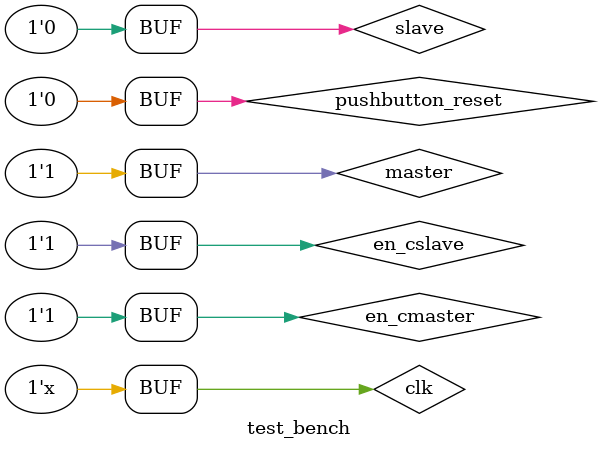
<source format=sv>
`timescale 1ns / 1ps


module test_bench();


    reg pushbutton_reset=0;
    reg clk;    
    reg master=1;
    reg slave=0;
    reg en_cmaster=1;
    reg en_cslave=1;
    wire a;
    wire b;
    wire c;
    wire d;
    wire e;
    wire f;
    wire g;
    wire dp;
    wire  [3:0] an;    
    wire led_cmaster;
    wire led_cslave;
    wire led_master;
    wire led_slave;
    
 initial begin
    clk <=1;
 end
 
 
 always #5ns clk <=~clk; //100mhz period clock
 
top_level top_level_instance(clk,
master,slave,en_cmaster,en_cslave,
led_cmaster,led_cslave,led_master,led_slave,
a, b, c, d, e, f, g, dp, an,pushbutton_reset
   );

endmodule


</source>
